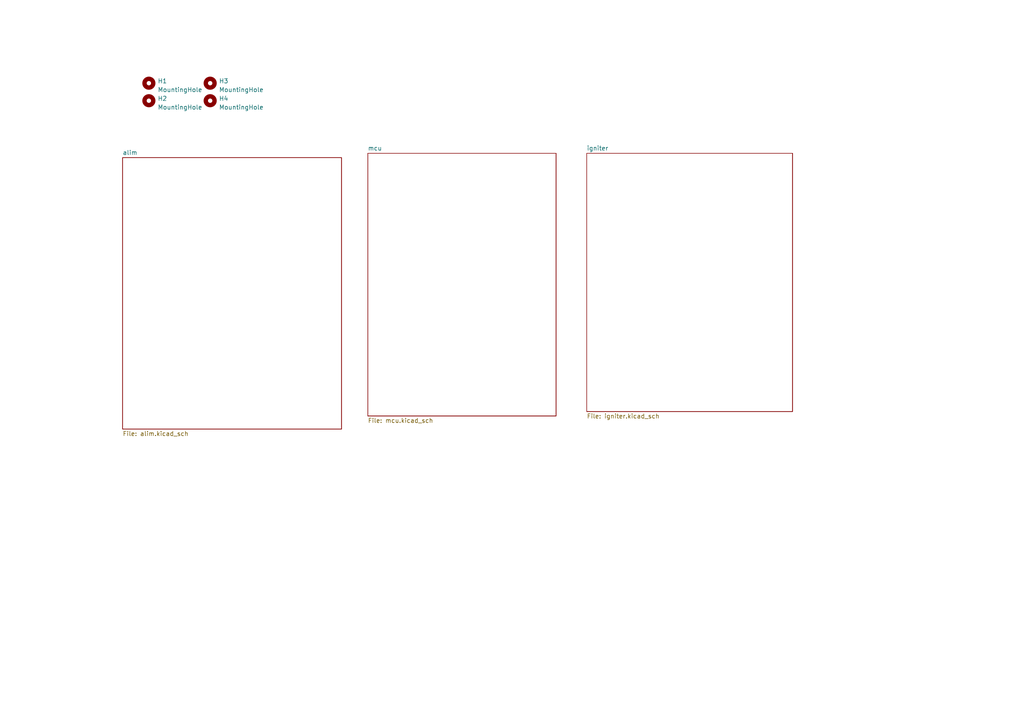
<source format=kicad_sch>
(kicad_sch (version 20220103) (generator eeschema)
  (paper "A4")
  (lib_symbols
    (symbol "Mechanical:MountingHole" (pin_names (offset 1.016))
      (property "Reference" "H" (at 0 5.08 0))
      (property "Value" "MountingHole" (at 0 3.175 0))
      (symbol "MountingHole_0_1"
        (circle (center 0 0) (radius 1.27) (stroke (width 1.27)))
      )
    )
  )
  (symbol (lib_id "Mechanical:MountingHole") (at 43.18 29.21 0) (unit 1)
    (property "Reference" "H2" (at 45.72 28.575 0) (effects (justify left)))
    (property "Value" "MountingHole" (at 45.72 31.115 0) (effects (justify left)))
    (property "Footprint" "MountingHole:MountingHole_3.2mm_M3_DIN965_Pad" (effects hide))
  )
  (symbol (lib_id "Mechanical:MountingHole") (at 60.96 24.13 0) (unit 1)
    (property "Reference" "H3" (at 63.5 23.495 0) (effects (justify left)))
    (property "Value" "MountingHole" (at 63.5 26.035 0) (effects (justify left)))
    (property "Footprint" "MountingHole:MountingHole_3.2mm_M3_DIN965_Pad" (effects hide))
  )
  (symbol (lib_id "Mechanical:MountingHole") (at 60.96 29.21 0) (unit 1)
    (property "Reference" "H4" (at 63.5 28.575 0) (effects (justify left)))
    (property "Value" "MountingHole" (at 63.5 31.115 0) (effects (justify left)))
    (property "Footprint" "MountingHole:MountingHole_3.2mm_M3_DIN965_Pad" (effects hide))
  )
  (symbol (lib_id "Mechanical:MountingHole") (at 43.18 24.13 0) (unit 1)
    (property "Reference" "H1" (at 45.72 23.495 0) (effects (justify left)))
    (property "Value" "MountingHole" (at 45.72 26.035 0) (effects (justify left)))
    (property "Footprint" "MountingHole:MountingHole_3.2mm_M3_DIN965_Pad" (effects hide))
  )
  (sheet (at 106.68 44.45) (size 54.61 76.2) (stroke (width 0.1524))
    (property "Sheetname" "mcu" (at 106.68 43.7384 0) (effects (justify left bottom)))
    (property "Sheetfile" "mcu.kicad_sch" (at 106.68 121.2346 0) (effects (justify left top)))
  )
  (sheet (at 170.18 44.45) (size 59.69 74.93) (stroke (width 0.1524))
    (property "Sheetname" "igniter" (at 170.18 43.7384 0) (effects (justify left bottom)))
    (property "Sheetfile" "igniter.kicad_sch" (at 170.18 119.9646 0) (effects (justify left top)))
  )
  (sheet (at 35.56 45.72) (size 63.5 78.74) (stroke (width 0.1524))
    (property "Sheetname" "alim" (at 35.56 45.0084 0) (effects (justify left bottom)))
    (property "Sheetfile" "alim.kicad_sch" (at 35.56 125.0446 0) (effects (justify left top)))
  )
)
</source>
